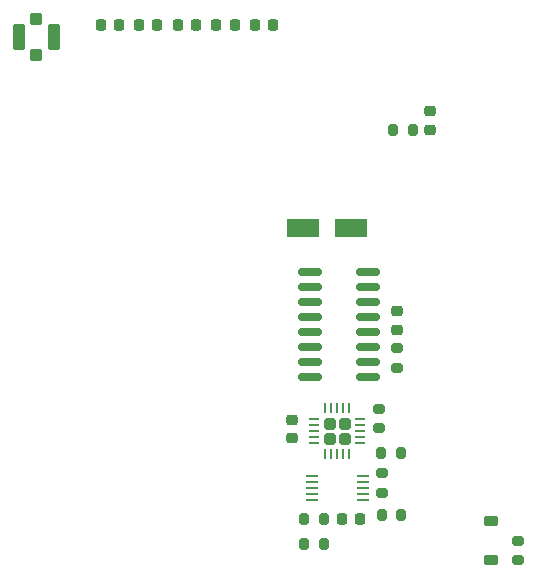
<source format=gtp>
G04 #@! TF.GenerationSoftware,KiCad,Pcbnew,9.0.0*
G04 #@! TF.CreationDate,2025-07-18T15:04:11-05:00*
G04 #@! TF.ProjectId,txfilters,74786669-6c74-4657-9273-2e6b69636164,rev?*
G04 #@! TF.SameCoordinates,Original*
G04 #@! TF.FileFunction,Paste,Top*
G04 #@! TF.FilePolarity,Positive*
%FSLAX46Y46*%
G04 Gerber Fmt 4.6, Leading zero omitted, Abs format (unit mm)*
G04 Created by KiCad (PCBNEW 9.0.0) date 2025-07-18 15:04:11*
%MOMM*%
%LPD*%
G01*
G04 APERTURE LIST*
G04 Aperture macros list*
%AMRoundRect*
0 Rectangle with rounded corners*
0 $1 Rounding radius*
0 $2 $3 $4 $5 $6 $7 $8 $9 X,Y pos of 4 corners*
0 Add a 4 corners polygon primitive as box body*
4,1,4,$2,$3,$4,$5,$6,$7,$8,$9,$2,$3,0*
0 Add four circle primitives for the rounded corners*
1,1,$1+$1,$2,$3*
1,1,$1+$1,$4,$5*
1,1,$1+$1,$6,$7*
1,1,$1+$1,$8,$9*
0 Add four rect primitives between the rounded corners*
20,1,$1+$1,$2,$3,$4,$5,0*
20,1,$1+$1,$4,$5,$6,$7,0*
20,1,$1+$1,$6,$7,$8,$9,0*
20,1,$1+$1,$8,$9,$2,$3,0*%
G04 Aperture macros list end*
%ADD10RoundRect,0.225000X0.250000X-0.225000X0.250000X0.225000X-0.250000X0.225000X-0.250000X-0.225000X0*%
%ADD11RoundRect,0.100000X-0.400000X-0.400000X0.400000X-0.400000X0.400000X0.400000X-0.400000X0.400000X0*%
%ADD12RoundRect,0.105000X-0.420000X-0.995000X0.420000X-0.995000X0.420000X0.995000X-0.420000X0.995000X0*%
%ADD13RoundRect,0.150000X0.825000X0.150000X-0.825000X0.150000X-0.825000X-0.150000X0.825000X-0.150000X0*%
%ADD14RoundRect,0.225000X-0.225000X-0.250000X0.225000X-0.250000X0.225000X0.250000X-0.225000X0.250000X0*%
%ADD15RoundRect,0.200000X-0.275000X0.200000X-0.275000X-0.200000X0.275000X-0.200000X0.275000X0.200000X0*%
%ADD16RoundRect,0.225000X0.225000X0.250000X-0.225000X0.250000X-0.225000X-0.250000X0.225000X-0.250000X0*%
%ADD17RoundRect,0.250000X-1.137500X-0.550000X1.137500X-0.550000X1.137500X0.550000X-1.137500X0.550000X0*%
%ADD18RoundRect,0.225000X-0.250000X0.225000X-0.250000X-0.225000X0.250000X-0.225000X0.250000X0.225000X0*%
%ADD19RoundRect,0.200000X0.200000X0.275000X-0.200000X0.275000X-0.200000X-0.275000X0.200000X-0.275000X0*%
%ADD20RoundRect,0.218750X0.218750X0.256250X-0.218750X0.256250X-0.218750X-0.256250X0.218750X-0.256250X0*%
%ADD21RoundRect,0.225000X-0.375000X0.225000X-0.375000X-0.225000X0.375000X-0.225000X0.375000X0.225000X0*%
%ADD22RoundRect,0.200000X-0.200000X-0.275000X0.200000X-0.275000X0.200000X0.275000X-0.200000X0.275000X0*%
%ADD23R,1.100000X0.250000*%
%ADD24RoundRect,0.218750X-0.218750X-0.256250X0.218750X-0.256250X0.218750X0.256250X-0.218750X0.256250X0*%
%ADD25RoundRect,0.250000X0.255000X-0.255000X0.255000X0.255000X-0.255000X0.255000X-0.255000X-0.255000X0*%
%ADD26RoundRect,0.062500X0.062500X-0.350000X0.062500X0.350000X-0.062500X0.350000X-0.062500X-0.350000X0*%
%ADD27RoundRect,0.062500X0.350000X-0.062500X0.350000X0.062500X-0.350000X0.062500X-0.350000X-0.062500X0*%
G04 APERTURE END LIST*
D10*
G04 #@! TO.C,C27*
X170077000Y-111852000D03*
X170077000Y-110302000D03*
G04 #@! TD*
D11*
G04 #@! TO.C,J8*
X136750000Y-102500000D03*
D12*
X138225000Y-104000000D03*
D11*
X136750000Y-105500000D03*
D12*
X135275000Y-104000000D03*
G04 #@! TD*
D13*
G04 #@! TO.C,U3*
X164830000Y-132830000D03*
X164830000Y-131560000D03*
X164830000Y-130290000D03*
X164830000Y-129020000D03*
X164830000Y-127750000D03*
X164830000Y-126480000D03*
X164830000Y-125210000D03*
X164830000Y-123940000D03*
X159880000Y-123940000D03*
X159880000Y-125210000D03*
X159880000Y-126480000D03*
X159880000Y-127750000D03*
X159880000Y-129020000D03*
X159880000Y-130290000D03*
X159880000Y-131560000D03*
X159880000Y-132830000D03*
G04 #@! TD*
D14*
G04 #@! TO.C,C3*
X162630000Y-144775000D03*
X164180000Y-144775000D03*
G04 #@! TD*
D15*
G04 #@! TO.C,R11*
X177500000Y-146675000D03*
X177500000Y-148325000D03*
G04 #@! TD*
D16*
G04 #@! TO.C,C47*
X156800000Y-103000000D03*
X155250000Y-103000000D03*
G04 #@! TD*
G04 #@! TO.C,C48*
X150275000Y-103000000D03*
X148725000Y-103000000D03*
G04 #@! TD*
D17*
G04 #@! TO.C,C6*
X159286500Y-120163000D03*
X163411500Y-120163000D03*
G04 #@! TD*
D18*
G04 #@! TO.C,C26*
X167285000Y-127224000D03*
X167285000Y-128774000D03*
G04 #@! TD*
D15*
G04 #@! TO.C,R10*
X165750000Y-135500000D03*
X165750000Y-137150000D03*
G04 #@! TD*
G04 #@! TO.C,R2*
X167285000Y-130348000D03*
X167285000Y-131998000D03*
G04 #@! TD*
G04 #@! TO.C,R3*
X166023000Y-140929000D03*
X166023000Y-142579000D03*
G04 #@! TD*
D19*
G04 #@! TO.C,R4*
X167610000Y-139255000D03*
X165960000Y-139255000D03*
G04 #@! TD*
D20*
G04 #@! TO.C,L19*
X147000000Y-103000000D03*
X145425000Y-103000000D03*
G04 #@! TD*
D16*
G04 #@! TO.C,C49*
X143775000Y-103000000D03*
X142225000Y-103000000D03*
G04 #@! TD*
D21*
G04 #@! TO.C,D4*
X175250000Y-144950000D03*
X175250000Y-148250000D03*
G04 #@! TD*
D22*
G04 #@! TO.C,R9*
X166000000Y-144500000D03*
X167650000Y-144500000D03*
G04 #@! TD*
D19*
G04 #@! TO.C,R1*
X161080000Y-144773000D03*
X159430000Y-144773000D03*
G04 #@! TD*
D23*
G04 #@! TO.C,U1*
X164405000Y-143175000D03*
X164405000Y-142675000D03*
X164405000Y-142175000D03*
X164405000Y-141675000D03*
X164405000Y-141175000D03*
X160105000Y-141175000D03*
X160105000Y-141675000D03*
X160105000Y-142175000D03*
X160105000Y-142675000D03*
X160105000Y-143175000D03*
G04 #@! TD*
D24*
G04 #@! TO.C,L18*
X151962500Y-103000000D03*
X153537500Y-103000000D03*
G04 #@! TD*
D25*
G04 #@! TO.C,U2*
X161600000Y-138000000D03*
X162850000Y-138000000D03*
X161600000Y-136750000D03*
X162850000Y-136750000D03*
D26*
X161225000Y-139312500D03*
X161725000Y-139312500D03*
X162225000Y-139312500D03*
X162725000Y-139312500D03*
X163225000Y-139312500D03*
D27*
X164162500Y-138375000D03*
X164162500Y-137875000D03*
X164162500Y-137375000D03*
X164162500Y-136875000D03*
X164162500Y-136375000D03*
D26*
X163225000Y-135437500D03*
X162725000Y-135437500D03*
X162225000Y-135437500D03*
X161725000Y-135437500D03*
X161225000Y-135437500D03*
D27*
X160287500Y-136375000D03*
X160287500Y-136875000D03*
X160287500Y-137375000D03*
X160287500Y-137875000D03*
X160287500Y-138375000D03*
G04 #@! TD*
D19*
G04 #@! TO.C,R7*
X168596000Y-111839000D03*
X166946000Y-111839000D03*
G04 #@! TD*
D10*
G04 #@! TO.C,C2*
X158415000Y-137940000D03*
X158415000Y-136390000D03*
G04 #@! TD*
D19*
G04 #@! TO.C,R8*
X161080000Y-146902000D03*
X159430000Y-146902000D03*
G04 #@! TD*
M02*

</source>
